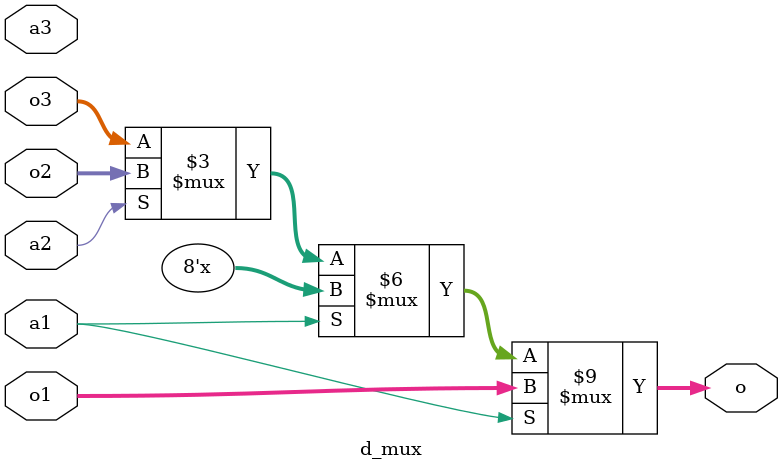
<source format=v>
module d_mux( input wire a1, input wire a2, input wire a3, input wire [7:0] o1, input wire [7:0] o2, input wire [7:0] o3, output reg [7:0] o);

always @(*) begin
	if(a1) o = o1;
	else if (a2) o = o2;
	else o = o3;
end
endmodule

</source>
